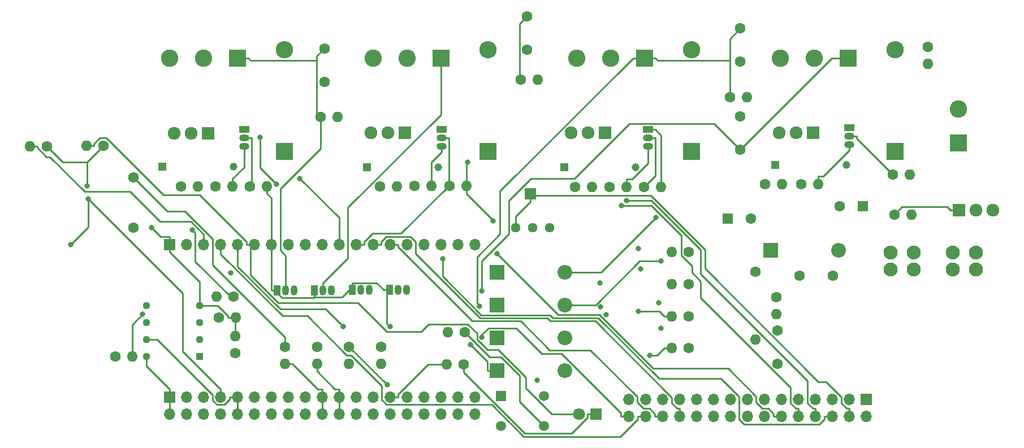
<source format=gbr>
%TF.GenerationSoftware,KiCad,Pcbnew,(6.0.0)*%
%TF.CreationDate,2022-02-19T14:21:15-08:00*%
%TF.ProjectId,MakeItRain,4d616b65-4974-4526-9169-6e2e6b696361,rev?*%
%TF.SameCoordinates,Original*%
%TF.FileFunction,Copper,L3,Inr*%
%TF.FilePolarity,Positive*%
%FSLAX46Y46*%
G04 Gerber Fmt 4.6, Leading zero omitted, Abs format (unit mm)*
G04 Created by KiCad (PCBNEW (6.0.0)) date 2022-02-19 14:21:15*
%MOMM*%
%LPD*%
G01*
G04 APERTURE LIST*
%TA.AperFunction,ComponentPad*%
%ADD10C,1.600000*%
%TD*%
%TA.AperFunction,ComponentPad*%
%ADD11R,2.600000X2.600000*%
%TD*%
%TA.AperFunction,ComponentPad*%
%ADD12O,2.600000X2.600000*%
%TD*%
%TA.AperFunction,ComponentPad*%
%ADD13R,1.800000X1.800000*%
%TD*%
%TA.AperFunction,ComponentPad*%
%ADD14C,1.800000*%
%TD*%
%TA.AperFunction,ComponentPad*%
%ADD15R,1.700000X1.700000*%
%TD*%
%TA.AperFunction,ComponentPad*%
%ADD16O,1.700000X1.700000*%
%TD*%
%TA.AperFunction,ComponentPad*%
%ADD17O,1.600000X1.600000*%
%TD*%
%TA.AperFunction,ComponentPad*%
%ADD18C,2.600000*%
%TD*%
%TA.AperFunction,ComponentPad*%
%ADD19R,1.920000X1.920000*%
%TD*%
%TA.AperFunction,ComponentPad*%
%ADD20C,1.920000*%
%TD*%
%TA.AperFunction,ComponentPad*%
%ADD21R,1.050000X1.500000*%
%TD*%
%TA.AperFunction,ComponentPad*%
%ADD22O,1.050000X1.500000*%
%TD*%
%TA.AperFunction,ComponentPad*%
%ADD23R,1.150000X1.150000*%
%TD*%
%TA.AperFunction,ComponentPad*%
%ADD24C,1.150000*%
%TD*%
%TA.AperFunction,ComponentPad*%
%ADD25R,1.600000X1.600000*%
%TD*%
%TA.AperFunction,ComponentPad*%
%ADD26R,1.500000X1.050000*%
%TD*%
%TA.AperFunction,ComponentPad*%
%ADD27O,1.500000X1.050000*%
%TD*%
%TA.AperFunction,ComponentPad*%
%ADD28C,1.440000*%
%TD*%
%TA.AperFunction,ComponentPad*%
%ADD29R,2.200000X2.200000*%
%TD*%
%TA.AperFunction,ComponentPad*%
%ADD30O,2.200000X2.200000*%
%TD*%
%TA.AperFunction,ComponentPad*%
%ADD31R,1.500000X1.500000*%
%TD*%
%TA.AperFunction,ComponentPad*%
%ADD32C,1.500000*%
%TD*%
%TA.AperFunction,ComponentPad*%
%ADD33C,2.100000*%
%TD*%
%TA.AperFunction,ComponentPad*%
%ADD34R,1.130000X1.130000*%
%TD*%
%TA.AperFunction,ComponentPad*%
%ADD35C,1.130000*%
%TD*%
%TA.AperFunction,ViaPad*%
%ADD36C,0.800000*%
%TD*%
%TA.AperFunction,Conductor*%
%ADD37C,0.250000*%
%TD*%
G04 APERTURE END LIST*
D10*
%TO.N,+3V3*%
%TO.C,C1*%
X60639800Y-87766900D03*
%TO.N,GND*%
X60639800Y-95266900D03*
%TD*%
%TO.N,/Zone1IO/ZoneInput*%
%TO.C,C2*%
X89233000Y-68419700D03*
%TO.N,GND*%
X89233000Y-73419700D03*
%TD*%
%TO.N,/Zone2IO/ZoneInput*%
%TO.C,C3*%
X119573600Y-63585000D03*
%TO.N,GND*%
X119573600Y-68585000D03*
%TD*%
%TO.N,/Zone3IO/ZoneInput*%
%TO.C,C4*%
X151481900Y-65398300D03*
%TO.N,GND*%
X151481900Y-70398300D03*
%TD*%
D11*
%TO.N,/Zone1IO/ZoneOutput*%
%TO.C,D3*%
X83185000Y-83820000D03*
D12*
%TO.N,GND*%
X83185000Y-68580000D03*
%TD*%
D11*
%TO.N,/Zone2IO/ZoneOutput*%
%TO.C,D5*%
X113665000Y-83820000D03*
D12*
%TO.N,GND*%
X113665000Y-68580000D03*
%TD*%
D11*
%TO.N,/Zone4IO/ZoneOutput*%
%TO.C,D7*%
X174625000Y-83820000D03*
D12*
%TO.N,GND*%
X174625000Y-68580000D03*
%TD*%
D11*
%TO.N,/Zone3IO/ZoneOutput*%
%TO.C,D9*%
X144145000Y-83820000D03*
D12*
%TO.N,GND*%
X144145000Y-68580000D03*
%TD*%
D13*
%TO.N,Net-(D1-Pad1)*%
%TO.C,D1*%
X129843800Y-123232100D03*
D14*
%TO.N,D21*%
X127303800Y-123232100D03*
%TD*%
D15*
%TO.N,+3V3*%
%TO.C,J2*%
X66040000Y-120650000D03*
D16*
X66040000Y-123190000D03*
%TO.N,EN*%
X68580000Y-120650000D03*
X68580000Y-123190000D03*
%TO.N,D36*%
X71120000Y-120650000D03*
X71120000Y-123190000D03*
%TO.N,D39*%
X73660000Y-120650000D03*
X73660000Y-123190000D03*
%TO.N,D34*%
X76200000Y-120650000D03*
X76200000Y-123190000D03*
%TO.N,D35*%
X78740000Y-120650000D03*
X78740000Y-123190000D03*
%TO.N,D32*%
X81280000Y-120650000D03*
X81280000Y-123190000D03*
%TO.N,D33*%
X83820000Y-120650000D03*
X83820000Y-123190000D03*
%TO.N,D25*%
X86360000Y-120650000D03*
X86360000Y-123190000D03*
%TO.N,D26*%
X88900000Y-120650000D03*
X88900000Y-123190000D03*
%TO.N,D27*%
X91440000Y-120650000D03*
X91440000Y-123190000D03*
%TO.N,D14*%
X93980000Y-120650000D03*
X93980000Y-123190000D03*
%TO.N,D12*%
X96520000Y-120650000D03*
X96520000Y-123190000D03*
%TO.N,GND*%
X99060000Y-120650000D03*
X99060000Y-123190000D03*
%TO.N,unconnected-(J2-Pad29)*%
X101600000Y-120650000D03*
%TO.N,unconnected-(J2-Pad30)*%
X101600000Y-123190000D03*
%TO.N,unconnected-(J2-Pad31)*%
X104140000Y-120650000D03*
%TO.N,unconnected-(J2-Pad32)*%
X104140000Y-123190000D03*
%TO.N,unconnected-(J2-Pad33)*%
X106680000Y-120650000D03*
%TO.N,unconnected-(J2-Pad34)*%
X106680000Y-123190000D03*
%TO.N,unconnected-(J2-Pad35)*%
X109220000Y-120650000D03*
%TO.N,unconnected-(J2-Pad36)*%
X109220000Y-123190000D03*
%TO.N,+5V*%
X111760000Y-120650000D03*
X111760000Y-123190000D03*
%TD*%
D15*
%TO.N,GND*%
%TO.C,J3*%
X66040000Y-97790000D03*
D16*
%TO.N,D23*%
X68580000Y-97790000D03*
%TO.N,D22*%
X71120000Y-97790000D03*
%TO.N,TX*%
X73660000Y-97790000D03*
%TO.N,RX*%
X76200000Y-97790000D03*
%TO.N,D21*%
X78740000Y-97790000D03*
%TO.N,GND*%
X81280000Y-97790000D03*
%TO.N,D19*%
X83820000Y-97790000D03*
%TO.N,D18*%
X86360000Y-97790000D03*
%TO.N,D5*%
X88900000Y-97790000D03*
%TO.N,D17*%
X91440000Y-97790000D03*
%TO.N,D16*%
X93980000Y-97790000D03*
%TO.N,D4*%
X96520000Y-97790000D03*
%TO.N,D0*%
X99060000Y-97790000D03*
%TO.N,D2*%
X101600000Y-97790000D03*
%TO.N,D15*%
X104140000Y-97790000D03*
%TO.N,/SD1*%
X106680000Y-97790000D03*
%TO.N,/SDD*%
X109220000Y-97790000D03*
%TO.N,/CLK*%
X111760000Y-97790000D03*
%TD*%
D10*
%TO.N,Net-(D10-Pad1)*%
%TO.C,L1*%
X153734500Y-101869000D03*
D17*
%TO.N,+5V*%
X153734500Y-112029000D03*
%TD*%
D11*
%TO.N,Net-(P1-Pad1)*%
%TO.C,P1*%
X184150000Y-82550000D03*
D18*
%TO.N,GND*%
X184150000Y-77470000D03*
%TD*%
D19*
%TO.N,Net-(Q3-Pad1)*%
%TO.C,Q3*%
X71813700Y-81139600D03*
D20*
%TO.N,/Zone1IO/ZoneOutput*%
X69273700Y-81139600D03*
%TO.N,+VDC*%
X66733700Y-81139600D03*
%TD*%
D19*
%TO.N,Net-(Q6-Pad1)*%
%TO.C,Q6*%
X101232600Y-81027600D03*
D20*
%TO.N,/Zone2IO/ZoneOutput*%
X98692600Y-81027600D03*
%TO.N,+VDC*%
X96152600Y-81027600D03*
%TD*%
D21*
%TO.N,GND*%
%TO.C,Q7*%
X93346300Y-104626700D03*
D22*
%TO.N,/Zone3IO/ZoneInput*%
X94616300Y-104626700D03*
%TO.N,Net-(D6-Pad1)*%
X95886300Y-104626700D03*
%TD*%
D19*
%TO.N,Net-(Q9-Pad1)*%
%TO.C,Q9*%
X131209700Y-81027600D03*
D20*
%TO.N,/Zone3IO/ZoneOutput*%
X128669700Y-81027600D03*
%TO.N,+VDC*%
X126129700Y-81027600D03*
%TD*%
D19*
%TO.N,Net-(Q12-Pad1)*%
%TO.C,Q12*%
X162353200Y-81027600D03*
D20*
%TO.N,/Zone4IO/ZoneOutput*%
X159813200Y-81027600D03*
%TO.N,+VDC*%
X157273200Y-81027600D03*
%TD*%
D19*
%TO.N,Net-(Q13-Pad1)*%
%TO.C,Q13*%
X184255500Y-92650400D03*
D20*
%TO.N,Net-(P1-Pad1)*%
X186795500Y-92650400D03*
%TO.N,Net-(Q13-Pad3)*%
X189335500Y-92650400D03*
%TD*%
D10*
%TO.N,+3V3*%
%TO.C,R1*%
X47627000Y-83085000D03*
D17*
%TO.N,D22*%
X45087000Y-83085000D03*
%TD*%
D11*
%TO.N,/Zone2IO/ZoneInput*%
%TO.C,Z2*%
X106680000Y-69850000D03*
D18*
%TO.N,/Zone2IO/ZoneOutput*%
X101600000Y-69850000D03*
%TO.N,GND*%
X96520000Y-69850000D03*
%TD*%
D11*
%TO.N,/Zone3IO/ZoneInput*%
%TO.C,Z3*%
X137160000Y-69850000D03*
D18*
%TO.N,/Zone3IO/ZoneOutput*%
X132080000Y-69850000D03*
%TO.N,GND*%
X127000000Y-69850000D03*
%TD*%
D11*
%TO.N,/Zone4IO/ZoneInput*%
%TO.C,Z4*%
X167640000Y-69850000D03*
D18*
%TO.N,/Zone4IO/ZoneOutput*%
X162560000Y-69850000D03*
%TO.N,GND*%
X157480000Y-69850000D03*
%TD*%
D11*
%TO.N,/Zone1IO/ZoneInput*%
%TO.C,Z1*%
X76200000Y-69850000D03*
D18*
%TO.N,/Zone1IO/ZoneOutput*%
X71120000Y-69850000D03*
%TO.N,GND*%
X66040000Y-69850000D03*
%TD*%
D15*
%TO.N,+VDC*%
%TO.C,J1*%
X170349000Y-121042300D03*
D16*
%TO.N,+3V3*%
X170349000Y-123582300D03*
%TO.N,+VDC*%
X167809000Y-121042300D03*
%TO.N,AuxVoltage*%
X167809000Y-123582300D03*
%TO.N,+VDC*%
X165269000Y-121042300D03*
%TO.N,D23*%
X165269000Y-123582300D03*
%TO.N,+VDC*%
X162729000Y-121042300D03*
%TO.N,D19*%
X162729000Y-123582300D03*
%TO.N,+VDC*%
X160189000Y-121042300D03*
%TO.N,D18*%
X160189000Y-123582300D03*
%TO.N,+5V*%
X157649000Y-121042300D03*
%TO.N,D5*%
X157649000Y-123582300D03*
%TO.N,+5V*%
X155109000Y-121042300D03*
%TO.N,D35*%
X155109000Y-123582300D03*
%TO.N,+5V*%
X152569000Y-121042300D03*
%TO.N,D32*%
X152569000Y-123582300D03*
%TO.N,GND*%
X150029000Y-121042300D03*
%TO.N,D33*%
X150029000Y-123582300D03*
%TO.N,GND*%
X147489000Y-121042300D03*
%TO.N,D25*%
X147489000Y-123582300D03*
%TO.N,GND*%
X144949000Y-121042300D03*
%TO.N,D21*%
X144949000Y-123582300D03*
%TO.N,GND*%
X142409000Y-121042300D03*
%TO.N,D4*%
X142409000Y-123582300D03*
%TO.N,GND*%
X139869000Y-121042300D03*
%TO.N,D0*%
X139869000Y-123582300D03*
%TO.N,GND*%
X137329000Y-121042300D03*
%TO.N,TX*%
X137329000Y-123582300D03*
%TO.N,GND*%
X134789000Y-121042300D03*
%TO.N,RX*%
X134789000Y-123582300D03*
%TD*%
D23*
%TO.N,+VDC*%
%TO.C,Z5*%
X64916500Y-86155400D03*
D24*
%TO.N,Net-(Q3-Pad1)*%
X75616500Y-86155400D03*
%TD*%
D23*
%TO.N,+VDC*%
%TO.C,Z6*%
X95542500Y-86196000D03*
D24*
%TO.N,Net-(Q6-Pad1)*%
X106242500Y-86196000D03*
%TD*%
D23*
%TO.N,+VDC*%
%TO.C,Z8*%
X156688300Y-85864200D03*
D24*
%TO.N,Net-(Q12-Pad1)*%
X167388300Y-85864200D03*
%TD*%
D25*
%TO.N,+VDC*%
%TO.C,C8*%
X169824100Y-92075800D03*
D10*
%TO.N,GND*%
X166324100Y-92075800D03*
%TD*%
D21*
%TO.N,GND*%
%TO.C,Q4*%
X87748400Y-104639800D03*
D22*
%TO.N,/Zone2IO/ZoneInput*%
X89018400Y-104639800D03*
%TO.N,Net-(D4-Pad1)*%
X90288400Y-104639800D03*
%TD*%
D10*
%TO.N,+VDC*%
%TO.C,R23*%
X75572300Y-105627200D03*
D17*
%TO.N,Net-(IC3-Pad3)*%
X73032300Y-105627200D03*
%TD*%
D10*
%TO.N,+3V3*%
%TO.C,R31*%
X88097100Y-113124500D03*
D17*
%TO.N,D27*%
X88097100Y-115664500D03*
%TD*%
D10*
%TO.N,Net-(Q9-Pad1)*%
%TO.C,R16*%
X131901400Y-89145900D03*
D17*
%TO.N,Net-(Q8-Pad3)*%
X134441400Y-89145900D03*
%TD*%
D26*
%TO.N,GND*%
%TO.C,Q2*%
X77198800Y-80576600D03*
D27*
%TO.N,D17*%
X77198800Y-81846600D03*
%TO.N,Net-(Q2-Pad3)*%
X77198800Y-83116600D03*
%TD*%
D10*
%TO.N,Net-(IC3-Pad3)*%
%TO.C,R24*%
X73376700Y-108765100D03*
D17*
%TO.N,GND*%
X75916700Y-108765100D03*
%TD*%
D10*
%TO.N,/Zone1IO/ZoneInput*%
%TO.C,R5*%
X88607500Y-78728900D03*
D17*
%TO.N,GND*%
X91147500Y-78728900D03*
%TD*%
D28*
%TO.N,AuxVoltage*%
%TO.C,RV1*%
X117879100Y-95318800D03*
%TO.N,Net-(IC3-Pad5)*%
X120419100Y-95318800D03*
%TO.N,GND*%
X122959100Y-95318800D03*
%TD*%
D15*
%TO.N,AuxVoltage*%
%TO.C,J4*%
X120030900Y-90244000D03*
%TD*%
D10*
%TO.N,+VDC*%
%TO.C,R15*%
X126738500Y-89152400D03*
D17*
%TO.N,Net-(Q9-Pad1)*%
X129278500Y-89152400D03*
%TD*%
D10*
%TO.N,+3V3*%
%TO.C,R2*%
X56109000Y-83011900D03*
D17*
%TO.N,D21*%
X53569000Y-83011900D03*
%TD*%
D10*
%TO.N,/Zone4IO/ZoneInput*%
%TO.C,R17*%
X179540300Y-68202800D03*
D17*
%TO.N,GND*%
X179540300Y-70742800D03*
%TD*%
D10*
%TO.N,Net-(D1-Pad1)*%
%TO.C,R4*%
X110094700Y-115764800D03*
D17*
%TO.N,GND*%
X107554700Y-115764800D03*
%TD*%
D10*
%TO.N,D2*%
%TO.C,R18*%
X174293400Y-87283100D03*
D17*
%TO.N,GND*%
X176833400Y-87283100D03*
%TD*%
D10*
%TO.N,+3V3*%
%TO.C,R29*%
X143781000Y-113326100D03*
D17*
%TO.N,Net-(IC4-Pad1)*%
X141241000Y-113326100D03*
%TD*%
D10*
%TO.N,D36*%
%TO.C,R25*%
X75859900Y-114068500D03*
D17*
%TO.N,GND*%
X75859900Y-111528500D03*
%TD*%
D10*
%TO.N,+3V3*%
%TO.C,R33*%
X97677800Y-113124500D03*
D17*
%TO.N,D12*%
X97677800Y-115664500D03*
%TD*%
D10*
%TO.N,D15*%
%TO.C,R14*%
X137097400Y-89165200D03*
D17*
%TO.N,GND*%
X139637400Y-89165200D03*
%TD*%
D26*
%TO.N,GND*%
%TO.C,Q11*%
X167811500Y-80303000D03*
D27*
%TO.N,D2*%
X167811500Y-81573000D03*
%TO.N,Net-(Q11-Pad3)*%
X167811500Y-82843000D03*
%TD*%
D10*
%TO.N,+3V3*%
%TO.C,R27*%
X143781000Y-103747400D03*
D17*
%TO.N,Net-(IC4-Pad5)*%
X141241000Y-103747400D03*
%TD*%
D29*
%TO.N,Net-(D4-Pad1)*%
%TO.C,D4*%
X115020300Y-111761400D03*
D30*
%TO.N,/InputIsolation/2in*%
X125180300Y-111761400D03*
%TD*%
D29*
%TO.N,Net-(D2-Pad1)*%
%TO.C,D2*%
X115020300Y-116670800D03*
D30*
%TO.N,/InputIsolation/1in*%
X125180300Y-116670800D03*
%TD*%
D31*
%TO.N,unconnected-(S1-Pad1)*%
%TO.C,S1*%
X115616200Y-120523800D03*
D32*
%TO.N,+3V3*%
X122116200Y-120523800D03*
%TO.N,unconnected-(S1-Pad3)*%
X115616200Y-125023800D03*
%TO.N,D22*%
X122116200Y-125023800D03*
%TD*%
D10*
%TO.N,/Zone2IO/ZoneInput*%
%TO.C,R9*%
X118582200Y-73133700D03*
D17*
%TO.N,GND*%
X121122200Y-73133700D03*
%TD*%
D10*
%TO.N,/Zone3IO/ZoneInput*%
%TO.C,R13*%
X149911000Y-75702800D03*
D17*
%TO.N,GND*%
X152451000Y-75702800D03*
%TD*%
D10*
%TO.N,D17*%
%TO.C,R6*%
X78100900Y-89073600D03*
D17*
%TO.N,GND*%
X80640900Y-89073600D03*
%TD*%
D10*
%TO.N,+VDC*%
%TO.C,R11*%
X97552100Y-89073600D03*
D17*
%TO.N,Net-(Q6-Pad1)*%
X100092100Y-89073600D03*
%TD*%
D10*
%TO.N,+VDC*%
%TO.C,R7*%
X67716100Y-89073600D03*
D17*
%TO.N,Net-(Q3-Pad1)*%
X70256100Y-89073600D03*
%TD*%
D33*
%TO.N,+VDC*%
%TO.C,U2*%
X173962900Y-101543100D03*
X177462900Y-101543100D03*
%TO.N,Net-(Q13-Pad3)*%
X183262900Y-101543100D03*
X186762900Y-101543100D03*
X186762900Y-99043100D03*
X183262900Y-99043100D03*
%TO.N,+VDC*%
X177462900Y-99043100D03*
X173962900Y-99043100D03*
%TD*%
D21*
%TO.N,GND*%
%TO.C,Q10*%
X98978100Y-104626700D03*
D22*
%TO.N,/Zone4IO/ZoneInput*%
X100248100Y-104626700D03*
%TO.N,Net-(D8-Pad1)*%
X101518100Y-104626700D03*
%TD*%
D29*
%TO.N,Net-(D8-Pad1)*%
%TO.C,D8*%
X115020300Y-101942700D03*
D30*
%TO.N,/InputIsolation/4in*%
X125180300Y-101942700D03*
%TD*%
D34*
%TO.N,D36*%
%TO.C,IC3*%
X70520600Y-114579500D03*
D35*
X70520600Y-112039500D03*
%TO.N,Net-(IC3-Pad3)*%
X70520600Y-109499500D03*
%TO.N,GND*%
X70520600Y-106959500D03*
%TO.N,Net-(IC3-Pad5)*%
X62580600Y-106959500D03*
%TO.N,D34*%
X62580600Y-109499500D03*
X62580600Y-112039500D03*
%TO.N,+3V3*%
X62580600Y-114579500D03*
%TD*%
D21*
%TO.N,GND*%
%TO.C,Q1*%
X82152400Y-104644400D03*
D22*
%TO.N,/Zone1IO/ZoneInput*%
X83422400Y-104644400D03*
%TO.N,Net-(D2-Pad1)*%
X84692400Y-104644400D03*
%TD*%
D10*
%TO.N,+3V3*%
%TO.C,R26*%
X143781000Y-98958100D03*
D17*
%TO.N,Net-(IC4-Pad7)*%
X141241000Y-98958100D03*
%TD*%
D10*
%TO.N,Net-(Q3-Pad1)*%
%TO.C,R8*%
X72922600Y-89073600D03*
D17*
%TO.N,Net-(Q2-Pad3)*%
X75462600Y-89073600D03*
%TD*%
D26*
%TO.N,GND*%
%TO.C,Q8*%
X137666600Y-80582900D03*
D27*
%TO.N,D15*%
X137666600Y-81852900D03*
%TO.N,Net-(Q8-Pad3)*%
X137666600Y-83122900D03*
%TD*%
D26*
%TO.N,GND*%
%TO.C,Q5*%
X106797400Y-80509200D03*
D27*
%TO.N,D16*%
X106797400Y-81779200D03*
%TO.N,Net-(Q5-Pad3)*%
X106797400Y-83049200D03*
%TD*%
D29*
%TO.N,Net-(D10-Pad1)*%
%TO.C,D10*%
X156010100Y-98662200D03*
D30*
%TO.N,GND*%
X166170100Y-98662200D03*
%TD*%
D10*
%TO.N,/Zone4IO/ZoneInput*%
%TO.C,C5*%
X151434400Y-83634400D03*
%TO.N,GND*%
X151434400Y-78634400D03*
%TD*%
%TO.N,Net-(Q13-Pad1)*%
%TO.C,R21*%
X174560200Y-93313200D03*
D17*
%TO.N,GND*%
X177100200Y-93313200D03*
%TD*%
D25*
%TO.N,+5V*%
%TO.C,C9*%
X149612600Y-93906000D03*
D10*
%TO.N,GND*%
X153112600Y-93906000D03*
%TD*%
%TO.N,D22*%
%TO.C,R3*%
X110228300Y-110918500D03*
D17*
%TO.N,GND*%
X107688300Y-110918500D03*
%TD*%
D10*
%TO.N,+3V3*%
%TO.C,R30*%
X83306700Y-113124500D03*
D17*
%TO.N,D26*%
X83306700Y-115664500D03*
%TD*%
D10*
%TO.N,Net-(Q6-Pad1)*%
%TO.C,R12*%
X102726700Y-89051400D03*
D17*
%TO.N,Net-(Q5-Pad3)*%
X105266700Y-89051400D03*
%TD*%
D10*
%TO.N,+VDC*%
%TO.C,R22*%
X156900200Y-105717700D03*
D17*
%TO.N,Net-(IC2-Pad1)*%
X156900200Y-108257700D03*
%TD*%
D10*
%TO.N,+3V3*%
%TO.C,R28*%
X143781000Y-108536800D03*
D17*
%TO.N,Net-(IC4-Pad3)*%
X141241000Y-108536800D03*
%TD*%
D10*
%TO.N,Net-(Q12-Pad1)*%
%TO.C,R20*%
X160583300Y-88731000D03*
D17*
%TO.N,Net-(Q11-Pad3)*%
X163123300Y-88731000D03*
%TD*%
D10*
%TO.N,+VDC*%
%TO.C,R19*%
X155220800Y-88780800D03*
D17*
%TO.N,Net-(Q12-Pad1)*%
X157760800Y-88780800D03*
%TD*%
D10*
%TO.N,D16*%
%TO.C,R10*%
X107928100Y-89045900D03*
D17*
%TO.N,GND*%
X110468100Y-89045900D03*
%TD*%
D10*
%TO.N,Net-(C7-Pad1)*%
%TO.C,C7*%
X165363200Y-102521700D03*
%TO.N,GND*%
X160363200Y-102521700D03*
%TD*%
D29*
%TO.N,Net-(D6-Pad1)*%
%TO.C,D6*%
X115020300Y-106852100D03*
D30*
%TO.N,/InputIsolation/3in*%
X125180300Y-106852100D03*
%TD*%
D10*
%TO.N,+3V3*%
%TO.C,R32*%
X92887500Y-113124500D03*
D17*
%TO.N,D14*%
X92887500Y-115664500D03*
%TD*%
D10*
%TO.N,Net-(C6-Pad1)*%
%TO.C,C6*%
X157062800Y-115652200D03*
%TO.N,GND*%
X157062800Y-110652200D03*
%TD*%
D23*
%TO.N,+VDC*%
%TO.C,Z7*%
X125092600Y-86196000D03*
D24*
%TO.N,Net-(Q9-Pad1)*%
X135792600Y-86196000D03*
%TD*%
D10*
%TO.N,D34*%
%TO.C,R34*%
X57889400Y-114568900D03*
D17*
%TO.N,GND*%
X60429400Y-114568900D03*
%TD*%
D36*
%TO.N,GND*%
X63320100Y-95266900D03*
X82068300Y-88771500D03*
X110683900Y-85495800D03*
X79589900Y-81706200D03*
X99046800Y-110141200D03*
X62014400Y-108229500D03*
X114502100Y-94249400D03*
%TO.N,+VDC*%
X69417600Y-95613200D03*
%TO.N,+3V3*%
X98610600Y-118847600D03*
X53649100Y-89037000D03*
%TO.N,Net-(D2-Pad1)*%
X111110500Y-112843400D03*
%TO.N,/InputIsolation/1in*%
X139575300Y-110371700D03*
%TO.N,/InputIsolation/2in*%
X139292800Y-106515800D03*
%TO.N,/InputIsolation/3in*%
X139582600Y-100287700D03*
%TO.N,/InputIsolation/4in*%
X138870800Y-93750000D03*
%TO.N,D39*%
X53883200Y-90997000D03*
X51258000Y-97858100D03*
%TO.N,/Zone3IO/ZoneInput*%
X112452200Y-107093700D03*
%TO.N,/Zone4IO/ZoneInput*%
X112781300Y-104784900D03*
%TO.N,D22*%
X75172600Y-102076300D03*
%TO.N,Net-(IC4-Pad3)*%
X136216800Y-107789400D03*
%TO.N,Net-(IC4-Pad5)*%
X136545100Y-101433800D03*
%TO.N,Net-(IC4-Pad7)*%
X136247400Y-98441600D03*
%TO.N,D12*%
X130476100Y-103576100D03*
%TO.N,D14*%
X131392100Y-108318600D03*
%TO.N,D27*%
X130585000Y-107132800D03*
%TO.N,D26*%
X121043800Y-118122300D03*
%TO.N,D23*%
X106931100Y-99936000D03*
%TO.N,D19*%
X134442600Y-91189400D03*
%TO.N,D18*%
X133666800Y-91971300D03*
%TO.N,D5*%
X115044700Y-99180100D03*
%TO.N,Net-(IC4-Pad1)*%
X137923300Y-114403700D03*
%TO.N,RX*%
X92027200Y-110124600D03*
X112796700Y-111734200D03*
%TO.N,D17*%
X85551100Y-87909600D03*
%TD*%
D37*
%TO.N,GND*%
X137666600Y-80582900D02*
X138741900Y-80582900D01*
X62014400Y-108229500D02*
X60429400Y-109814500D01*
X87662800Y-105800700D02*
X87748400Y-105715100D01*
X82883600Y-105800700D02*
X87662800Y-105800700D01*
X79589900Y-81706200D02*
X79589900Y-86293100D01*
X138741900Y-80582900D02*
X139637400Y-81478400D01*
X75354100Y-108765100D02*
X74791400Y-108765100D01*
X91839400Y-105715100D02*
X87748400Y-105715100D01*
X97052500Y-103551400D02*
X98127800Y-104626700D01*
X110683900Y-85495800D02*
X110468100Y-85711600D01*
X110468100Y-89045900D02*
X110468100Y-90171200D01*
X87748400Y-104639800D02*
X87748400Y-105715100D01*
X74791400Y-108765100D02*
X74791400Y-108483800D01*
X93346300Y-104626700D02*
X93346300Y-104208200D01*
X75859900Y-109270900D02*
X75859900Y-111528500D01*
X93346300Y-103551400D02*
X97052500Y-103551400D01*
X75916700Y-108765100D02*
X75354100Y-108765100D01*
X100235300Y-120282600D02*
X104753100Y-115764800D01*
X81280000Y-97790000D02*
X81280000Y-90838000D01*
X93346300Y-104208200D02*
X91839400Y-105715100D01*
X81280000Y-104622300D02*
X81280000Y-97790000D01*
X100235300Y-120650000D02*
X100235300Y-120282600D01*
X82152400Y-104644400D02*
X81727300Y-104644400D01*
X104753100Y-115764800D02*
X106429400Y-115764800D01*
X66040000Y-97790000D02*
X66040000Y-96614700D01*
X110468100Y-85711600D02*
X110468100Y-89045900D01*
X60429400Y-109814500D02*
X60429400Y-114568900D01*
X66040000Y-97790000D02*
X66040000Y-98965300D01*
X66040000Y-98965300D02*
X70520600Y-103445900D01*
X81727300Y-104644400D02*
X82883600Y-105800700D01*
X64667900Y-96614700D02*
X63320100Y-95266900D01*
X98553000Y-109647400D02*
X99046800Y-110141200D01*
X98553000Y-104626700D02*
X98127800Y-104626700D01*
X139637400Y-81478400D02*
X139637400Y-89165200D01*
X93346300Y-104208200D02*
X93346300Y-103551400D01*
X114502100Y-94205200D02*
X114502100Y-94249400D01*
X98553000Y-104626700D02*
X98553000Y-109647400D01*
X80640900Y-89073600D02*
X80640900Y-90198900D01*
X110468100Y-90171200D02*
X114502100Y-94205200D01*
X107554700Y-115764800D02*
X106429400Y-115764800D01*
X74791400Y-108483800D02*
X73267100Y-106959500D01*
X81727300Y-104644400D02*
X81302100Y-104644400D01*
X99060000Y-120650000D02*
X100235300Y-120650000D01*
X75354100Y-108765100D02*
X75859900Y-109270900D01*
X66040000Y-96614700D02*
X64667900Y-96614700D01*
X81302100Y-104644400D02*
X81280000Y-104622300D01*
X79589900Y-86293100D02*
X82068300Y-88771500D01*
X81280000Y-90838000D02*
X80640900Y-90198900D01*
X73267100Y-106959500D02*
X70520600Y-106959500D01*
X70520600Y-103445900D02*
X70520600Y-106959500D01*
X98978100Y-104626700D02*
X98553000Y-104626700D01*
%TO.N,+VDC*%
X75148400Y-105627200D02*
X75572300Y-105627200D01*
X69849300Y-96044900D02*
X69849300Y-100328100D01*
X69417600Y-95613200D02*
X69849300Y-96044900D01*
X69849300Y-100328100D02*
X75148400Y-105627200D01*
%TO.N,+3V3*%
X60639800Y-87766900D02*
X65727900Y-92855000D01*
X47627000Y-83085000D02*
X50013800Y-85471800D01*
X83306700Y-111728000D02*
X83306700Y-113124500D01*
X65727900Y-92855000D02*
X68356300Y-92855000D01*
X50013800Y-85471800D02*
X53649100Y-85471800D01*
X72474200Y-100895500D02*
X83306700Y-111728000D01*
X66040000Y-123190000D02*
X66040000Y-120650000D01*
X72474200Y-96972900D02*
X72474200Y-100895500D01*
X62580600Y-116015300D02*
X66040000Y-119474700D01*
X66040000Y-120650000D02*
X66040000Y-119474700D01*
X92887500Y-113124500D02*
X98610600Y-118847600D01*
X53649100Y-85471800D02*
X56109000Y-83011900D01*
X53649100Y-89037000D02*
X53649100Y-85471800D01*
X62580600Y-114579500D02*
X62580600Y-116015300D01*
X68356300Y-92855000D02*
X72474200Y-96972900D01*
%TO.N,Net-(D2-Pad1)*%
X113595000Y-115327900D02*
X113595000Y-116670800D01*
X115020300Y-116670800D02*
X113595000Y-116670800D01*
X111110500Y-112843400D02*
X113595000Y-115327900D01*
%TO.N,/InputIsolation/3in*%
X129840100Y-106852000D02*
X129840100Y-106852100D01*
X129840100Y-106852100D02*
X125180300Y-106852100D01*
X136404400Y-100287700D02*
X129840100Y-106852000D01*
X139582600Y-100287700D02*
X136404400Y-100287700D01*
%TO.N,/InputIsolation/4in*%
X130678100Y-101942700D02*
X138870800Y-93750000D01*
X125180300Y-101942700D02*
X130678100Y-101942700D01*
%TO.N,D39*%
X73660000Y-120650000D02*
X73660000Y-119474700D01*
X67993000Y-105106800D02*
X67993000Y-113807700D01*
X53883200Y-90997000D02*
X67993000Y-105106800D01*
X67993000Y-113807700D02*
X73660000Y-119474700D01*
X53883200Y-95232900D02*
X53883200Y-90997000D01*
X51258000Y-97858100D02*
X53883200Y-95232900D01*
%TO.N,D21*%
X115234000Y-113576800D02*
X119349600Y-117692400D01*
X78152400Y-102395200D02*
X82284300Y-106527100D01*
X103670600Y-110870400D02*
X104800300Y-109740700D01*
X112071400Y-112034600D02*
X113613600Y-113576800D01*
X53569000Y-83011900D02*
X54694300Y-83011900D01*
X119349600Y-117692400D02*
X119349600Y-119348800D01*
X55575300Y-81849600D02*
X54694300Y-82730600D01*
X56588400Y-81849600D02*
X55575300Y-81849600D01*
X123232900Y-123232100D02*
X127303800Y-123232100D01*
X70490700Y-90348600D02*
X65087400Y-90348600D01*
X119349600Y-119348800D02*
X123232900Y-123232100D01*
X78152400Y-97790000D02*
X78152400Y-102395200D01*
X94225600Y-106527100D02*
X98568900Y-110870400D01*
X113613600Y-113576800D02*
X115234000Y-113576800D01*
X77564700Y-97422600D02*
X70490700Y-90348600D01*
X104800300Y-109740700D02*
X110677900Y-109740700D01*
X78152400Y-97790000D02*
X77564700Y-97790000D01*
X110677900Y-109740700D02*
X112071400Y-111134200D01*
X82284300Y-106527100D02*
X94225600Y-106527100D01*
X77564700Y-97790000D02*
X77564700Y-97422600D01*
X65087400Y-90348600D02*
X56588400Y-81849600D01*
X98568900Y-110870400D02*
X103670600Y-110870400D01*
X78740000Y-97790000D02*
X78152400Y-97790000D01*
X112071400Y-111134200D02*
X112071400Y-112034600D01*
X54694300Y-82730600D02*
X54694300Y-83011900D01*
%TO.N,Net-(Q2-Pad3)*%
X75462600Y-87948300D02*
X77198800Y-86212100D01*
X75462600Y-89073600D02*
X75462600Y-87948300D01*
X77198800Y-86212100D02*
X77198800Y-83116600D01*
%TO.N,/Zone1IO/ZoneInput*%
X77825300Y-69850000D02*
X78216700Y-70241400D01*
X82644600Y-89406800D02*
X88607500Y-83443900D01*
X88090300Y-70241400D02*
X88090300Y-69562400D01*
X88090300Y-78211700D02*
X88090300Y-70241400D01*
X88607500Y-83443900D02*
X88607500Y-78728900D01*
X82644600Y-98704000D02*
X82644600Y-89406800D01*
X88090300Y-69562400D02*
X89233000Y-68419700D01*
X78216700Y-70241400D02*
X88090300Y-70241400D01*
X83422400Y-104644400D02*
X83422400Y-99481800D01*
X83422400Y-99481800D02*
X82644600Y-98704000D01*
X76200000Y-69850000D02*
X77825300Y-69850000D01*
X88607500Y-78728900D02*
X88090300Y-78211700D01*
%TO.N,/Zone2IO/ZoneInput*%
X118431600Y-72983100D02*
X118431600Y-64727000D01*
X118582200Y-73133700D02*
X118431600Y-72983100D01*
X92728600Y-99854300D02*
X92728600Y-92275700D01*
X92728600Y-92275700D02*
X106680000Y-78324300D01*
X89018400Y-104639800D02*
X89018400Y-103564500D01*
X89018400Y-103564500D02*
X92728600Y-99854300D01*
X118431600Y-64727000D02*
X119573600Y-63585000D01*
X106680000Y-78324300D02*
X106680000Y-69850000D01*
%TO.N,/Zone3IO/ZoneInput*%
X149911000Y-75702800D02*
X149911000Y-70215400D01*
X149911000Y-66969200D02*
X151481900Y-65398300D01*
X137160000Y-69850000D02*
X135466900Y-69850000D01*
X115508100Y-96211400D02*
X112056000Y-99663500D01*
X112056000Y-99663500D02*
X112056000Y-106697500D01*
X149911000Y-70215400D02*
X149911000Y-66969200D01*
X135466900Y-69850000D02*
X115508100Y-89808800D01*
X112056000Y-106697500D02*
X112452200Y-107093700D01*
X138785300Y-69850000D02*
X139150700Y-70215400D01*
X115508100Y-89808800D02*
X115508100Y-96211400D01*
X137160000Y-69850000D02*
X138785300Y-69850000D01*
X139150700Y-70215400D02*
X149911000Y-70215400D01*
%TO.N,/Zone4IO/ZoneInput*%
X147532500Y-79732500D02*
X134885300Y-79732500D01*
X112781300Y-100293700D02*
X112781300Y-104784900D01*
X165218800Y-69850000D02*
X167640000Y-69850000D01*
X151434400Y-83634400D02*
X165218800Y-69850000D01*
X120154300Y-87924100D02*
X116833800Y-91244600D01*
X126693700Y-87924100D02*
X120154300Y-87924100D01*
X116833800Y-91244600D02*
X116833800Y-96241200D01*
X116833800Y-96241200D02*
X112781300Y-100293700D01*
X151434400Y-83634400D02*
X147532500Y-79732500D01*
X134885300Y-79732500D02*
X126693700Y-87924100D01*
%TO.N,D22*%
X118469800Y-121377400D02*
X122116200Y-125023800D01*
X113943700Y-114633900D02*
X115649800Y-114633900D01*
X71120000Y-96289500D02*
X71120000Y-97790000D01*
X115649800Y-114633900D02*
X118469800Y-117453900D01*
X110228300Y-110918500D02*
X113943700Y-114633900D01*
X69212500Y-94382000D02*
X71120000Y-96289500D01*
X60148200Y-89900000D02*
X64630200Y-94382000D01*
X47608300Y-84660600D02*
X48065600Y-84660600D01*
X45087000Y-83085000D02*
X46212300Y-83085000D01*
X118469800Y-117453900D02*
X118469800Y-121377400D01*
X46212300Y-83264600D02*
X47608300Y-84660600D01*
X46212300Y-83085000D02*
X46212300Y-83264600D01*
X48065600Y-84660600D02*
X53305000Y-89900000D01*
X53305000Y-89900000D02*
X60148200Y-89900000D01*
X64630200Y-94382000D02*
X69212500Y-94382000D01*
%TO.N,Net-(IC4-Pad3)*%
X141241000Y-108536800D02*
X140115700Y-108536800D01*
X140115700Y-108536800D02*
X139368300Y-107789400D01*
X139368300Y-107789400D02*
X136216800Y-107789400D01*
%TO.N,D27*%
X88097100Y-116789800D02*
X90782000Y-119474700D01*
X90782000Y-119474700D02*
X91440000Y-119474700D01*
X88097100Y-115664500D02*
X88097100Y-116789800D01*
X91440000Y-120650000D02*
X91440000Y-119474700D01*
X91440000Y-123190000D02*
X91440000Y-120650000D01*
%TO.N,D26*%
X84432000Y-115664500D02*
X88242200Y-119474700D01*
X88900000Y-120650000D02*
X88900000Y-119474700D01*
X88900000Y-123190000D02*
X88900000Y-120650000D01*
X83306700Y-115664500D02*
X84432000Y-115664500D01*
X88242200Y-119474700D02*
X88900000Y-119474700D01*
%TO.N,D23*%
X123003000Y-108389500D02*
X112722300Y-108389500D01*
X151299000Y-120640900D02*
X148589200Y-117931100D01*
X152061900Y-124757700D02*
X151299000Y-123994800D01*
X139337300Y-117931100D02*
X130246100Y-108839900D01*
X151299000Y-123994800D02*
X151299000Y-120640900D01*
X163285600Y-124757700D02*
X152061900Y-124757700D01*
X106931100Y-102598300D02*
X106931100Y-99936000D01*
X130246100Y-108839900D02*
X123453400Y-108839900D01*
X164093700Y-123949600D02*
X163285600Y-124757700D01*
X165269000Y-123582300D02*
X164093700Y-123582300D01*
X123453400Y-108839900D02*
X123003000Y-108389500D01*
X112722300Y-108389500D02*
X106931100Y-102598300D01*
X148589200Y-117931100D02*
X139337300Y-117931100D01*
X164093700Y-123582300D02*
X164093700Y-123949600D01*
%TO.N,D19*%
X162729000Y-122407000D02*
X162361600Y-122407000D01*
X162729000Y-123582300D02*
X162729000Y-122407000D01*
X161553700Y-118256500D02*
X145564500Y-102267300D01*
X161553700Y-121599100D02*
X161553700Y-118256500D01*
X145564500Y-98598500D02*
X138155400Y-91189400D01*
X145564500Y-102267300D02*
X145564500Y-98598500D01*
X138155400Y-91189400D02*
X134442600Y-91189400D01*
X162361600Y-122407000D02*
X161553700Y-121599100D01*
%TO.N,Net-(Q13-Pad1)*%
X184255500Y-92650400D02*
X182970200Y-92650400D01*
X174560200Y-93313200D02*
X175708000Y-92165400D01*
X182485200Y-92165400D02*
X182970200Y-92650400D01*
X175708000Y-92165400D02*
X182485200Y-92165400D01*
%TO.N,Net-(Q5-Pad3)*%
X106797400Y-83899500D02*
X105266700Y-85430200D01*
X106797400Y-83049200D02*
X106797400Y-83899500D01*
X105266700Y-85430200D02*
X105266700Y-89051400D01*
%TO.N,Net-(Q11-Pad3)*%
X163123300Y-87605700D02*
X163899100Y-87605700D01*
X163123300Y-88731000D02*
X163123300Y-87605700D01*
X167811500Y-82843000D02*
X167811500Y-83693300D01*
X163899100Y-87605700D02*
X167811500Y-83693300D01*
%TO.N,Net-(Q8-Pad3)*%
X137666600Y-85639400D02*
X135285400Y-88020600D01*
X137666600Y-83122900D02*
X137666600Y-85639400D01*
X134441400Y-89145900D02*
X134441400Y-88020600D01*
X135285400Y-88020600D02*
X134441400Y-88020600D01*
%TO.N,D18*%
X159013700Y-119243200D02*
X145564500Y-105794000D01*
X144247400Y-101015800D02*
X144247300Y-101015800D01*
X160189000Y-122407000D02*
X159821600Y-122407000D01*
X144247300Y-101015800D02*
X142655700Y-99424200D01*
X142655700Y-96433100D02*
X138193900Y-91971300D01*
X144247400Y-101990500D02*
X144247400Y-101015800D01*
X159013700Y-121599100D02*
X159013700Y-119243200D01*
X159821600Y-122407000D02*
X159013700Y-121599100D01*
X142655700Y-99424200D02*
X142655700Y-96433100D01*
X138193900Y-91971300D02*
X133666800Y-91971300D01*
X160189000Y-123582300D02*
X160189000Y-122407000D01*
X145564500Y-103307600D02*
X144247400Y-101990500D01*
X145564500Y-105794000D02*
X145564500Y-103307600D01*
%TO.N,D5*%
X156473700Y-123582300D02*
X156473700Y-123214900D01*
X138429900Y-116385200D02*
X130377900Y-108333200D01*
X124197800Y-108333200D02*
X115044700Y-99180100D01*
X154772700Y-122407000D02*
X153839000Y-121473300D01*
X157649000Y-123582300D02*
X156473700Y-123582300D01*
X153839000Y-121473300D02*
X153839000Y-120569700D01*
X156473700Y-123214900D02*
X155665800Y-122407000D01*
X149654500Y-116385200D02*
X138429900Y-116385200D01*
X130377900Y-108333200D02*
X124197800Y-108333200D01*
X155665800Y-122407000D02*
X154772700Y-122407000D01*
X153839000Y-120569700D02*
X149654500Y-116385200D01*
%TO.N,Net-(D1-Pad1)*%
X126205700Y-126104400D02*
X128618500Y-123691600D01*
X128618500Y-123691600D02*
X128618500Y-123232100D01*
X110094700Y-115764800D02*
X110094700Y-116983700D01*
X129843800Y-123232100D02*
X128618500Y-123232100D01*
X119215400Y-126104400D02*
X126205700Y-126104400D01*
X110094700Y-116983700D02*
X119215400Y-126104400D01*
%TO.N,Net-(IC4-Pad1)*%
X137923300Y-114403700D02*
X139038100Y-114403700D01*
X139038100Y-114403700D02*
X140115700Y-113326100D01*
X141241000Y-113326100D02*
X140115700Y-113326100D01*
%TO.N,D4*%
X97695300Y-97422600D02*
X98503200Y-96614700D01*
X112535800Y-108839900D02*
X122591200Y-108839900D01*
X102870000Y-99174100D02*
X112535800Y-108839900D01*
X102087400Y-96614700D02*
X102870000Y-97397300D01*
X142041600Y-122407000D02*
X142409000Y-122407000D01*
X96520000Y-97790000D02*
X97695300Y-97790000D01*
X97695300Y-97790000D02*
X97695300Y-97422600D01*
X141233700Y-120725800D02*
X141233700Y-121599100D01*
X141233700Y-121599100D02*
X142041600Y-122407000D01*
X102870000Y-97397300D02*
X102870000Y-99174100D01*
X129798100Y-109290200D02*
X141233700Y-120725800D01*
X98503200Y-96614700D02*
X102087400Y-96614700D01*
X122591200Y-108839900D02*
X123041500Y-109290200D01*
X123041500Y-109290200D02*
X129798100Y-109290200D01*
X142409000Y-123582300D02*
X142409000Y-122407000D01*
%TO.N,D0*%
X99060000Y-97790000D02*
X100235300Y-97790000D01*
X118619200Y-109290300D02*
X111368300Y-109290300D01*
X136059000Y-121473300D02*
X136059000Y-120632900D01*
X100235300Y-98157300D02*
X100235300Y-97790000D01*
X137885800Y-122407000D02*
X136992700Y-122407000D01*
X136992700Y-122407000D02*
X136059000Y-121473300D01*
X138693700Y-123582300D02*
X138693700Y-123214900D01*
X111368300Y-109290300D02*
X100235300Y-98157300D01*
X139869000Y-123582300D02*
X138693700Y-123582300D01*
X136059000Y-120632900D02*
X129040100Y-113614000D01*
X129040100Y-113614000D02*
X122942900Y-113614000D01*
X122942900Y-113614000D02*
X118619200Y-109290300D01*
X138693700Y-123214900D02*
X137885800Y-122407000D01*
%TO.N,TX*%
X86679100Y-108523400D02*
X92550200Y-114394500D01*
X97790000Y-118969400D02*
X97790000Y-121081000D01*
X73660000Y-98965300D02*
X73660000Y-99228900D01*
X93215100Y-114394500D02*
X97790000Y-118969400D01*
X73660000Y-99228900D02*
X82954500Y-108523400D01*
X82954500Y-108523400D02*
X86679100Y-108523400D01*
X97790000Y-121081000D02*
X98534400Y-121825400D01*
X92550200Y-114394500D02*
X93215100Y-114394500D01*
X119053900Y-126579800D02*
X133523500Y-126579800D01*
X73660000Y-97790000D02*
X73660000Y-98965300D01*
X133523500Y-126579800D02*
X136153700Y-123949600D01*
X114299500Y-121825400D02*
X119053900Y-126579800D01*
X136153700Y-123949600D02*
X136153700Y-123582300D01*
X137329000Y-123582300D02*
X136153700Y-123582300D01*
X98534400Y-121825400D02*
X114299500Y-121825400D01*
%TO.N,RX*%
X117896200Y-110336000D02*
X113749700Y-110336000D01*
X133613700Y-123068100D02*
X124713000Y-114167400D01*
X121727600Y-114167400D02*
X117896200Y-110336000D01*
X76200000Y-97790000D02*
X76200000Y-98965300D01*
X82605900Y-107513200D02*
X76200000Y-101107300D01*
X112796700Y-111289000D02*
X112796700Y-111734200D01*
X89415800Y-107513200D02*
X82605900Y-107513200D01*
X76200000Y-101107300D02*
X76200000Y-98965300D01*
X92027200Y-110124600D02*
X89415800Y-107513200D01*
X134789000Y-123582300D02*
X133613700Y-123582300D01*
X133613700Y-123582300D02*
X133613700Y-123068100D01*
X124713000Y-114167400D02*
X121727600Y-114167400D01*
X113749700Y-110336000D02*
X112796700Y-111289000D01*
%TO.N,D34*%
X73134300Y-121825300D02*
X74216800Y-121825300D01*
X76200000Y-123190000D02*
X76200000Y-120650000D01*
X62580600Y-112039500D02*
X64173700Y-112039500D01*
X72484600Y-120350400D02*
X72484600Y-121175600D01*
X75024700Y-121017400D02*
X75024700Y-120650000D01*
X74216800Y-121825300D02*
X75024700Y-121017400D01*
X64173700Y-112039500D02*
X72484600Y-120350400D01*
X76200000Y-120650000D02*
X75024700Y-120650000D01*
X72484600Y-121175600D02*
X73134300Y-121825300D01*
%TO.N,D17*%
X77198800Y-81846600D02*
X78274100Y-81846600D01*
X91440000Y-97790000D02*
X91440000Y-93798500D01*
X91440000Y-93798500D02*
X85551100Y-87909600D01*
X78274100Y-88900400D02*
X78274100Y-81846600D01*
X78100900Y-89073600D02*
X78274100Y-88900400D01*
%TO.N,D16*%
X95155300Y-97422600D02*
X95155300Y-97790000D01*
X93980000Y-97790000D02*
X95155300Y-97790000D01*
X96413500Y-96164400D02*
X95155300Y-97422600D01*
X107872700Y-88990500D02*
X100698800Y-96164400D01*
X107872700Y-81779200D02*
X107872700Y-88990500D01*
X106797400Y-81779200D02*
X107872700Y-81779200D01*
X100698800Y-96164400D02*
X96413500Y-96164400D01*
X107872700Y-88990500D02*
X107928100Y-89045900D01*
%TO.N,D2*%
X168886800Y-81876500D02*
X174293400Y-87283100D01*
X168886800Y-81573000D02*
X168886800Y-81876500D01*
X167811500Y-81573000D02*
X168886800Y-81573000D01*
%TO.N,D15*%
X138741900Y-81852900D02*
X138741900Y-87520700D01*
X138741900Y-87520700D02*
X137097400Y-89165200D01*
X137666600Y-81852900D02*
X138741900Y-81852900D01*
%TO.N,AuxVoltage*%
X146173800Y-101364400D02*
X146173800Y-98543500D01*
X120030900Y-91419300D02*
X117879100Y-93571100D01*
X166633700Y-121599100D02*
X166633700Y-120701700D01*
X120030900Y-90244000D02*
X120030900Y-90831600D01*
X117879100Y-93571100D02*
X117879100Y-95318800D01*
X164292600Y-118360600D02*
X163170000Y-118360600D01*
X167809000Y-122407000D02*
X167441600Y-122407000D01*
X146173800Y-98543500D02*
X138094400Y-90464100D01*
X120030900Y-90831600D02*
X120030900Y-91419300D01*
X163170000Y-118360600D02*
X146173800Y-101364400D01*
X166633700Y-120701700D02*
X164292600Y-118360600D01*
X167809000Y-123582300D02*
X167809000Y-122407000D01*
X167441600Y-122407000D02*
X166633700Y-121599100D01*
X138094400Y-90464100D02*
X120398400Y-90464100D01*
X120398400Y-90464100D02*
X120030900Y-90831600D01*
%TD*%
M02*

</source>
